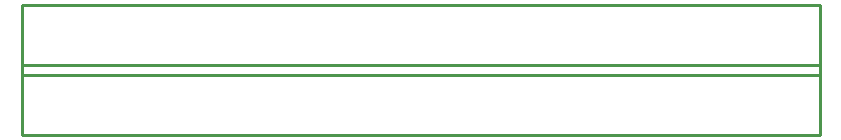
<source format=gbo>
G75*
G70*
%OFA0B0*%
%FSLAX24Y24*%
%IPPOS*%
%LPD*%
%AMOC8*
5,1,8,0,0,1.08239X$1,22.5*
%
%ADD10C,0.0100*%
D10*
X005105Y031621D02*
X031705Y031621D01*
X031705Y033971D01*
X005105Y033971D01*
X005105Y031621D01*
X005108Y033618D02*
X031708Y033618D01*
X031708Y035968D01*
X005108Y035968D01*
X005108Y033618D01*
M02*

</source>
